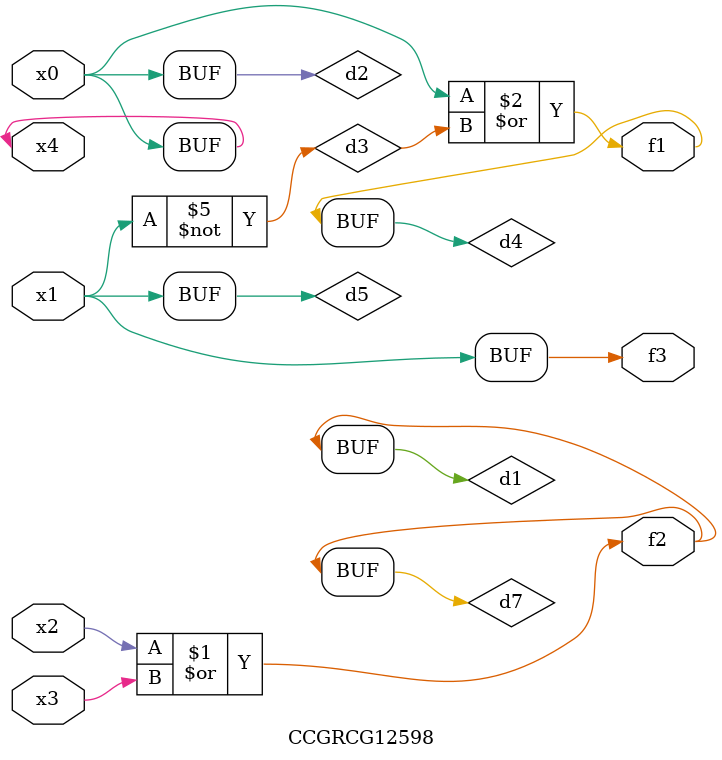
<source format=v>
module CCGRCG12598(
	input x0, x1, x2, x3, x4,
	output f1, f2, f3
);

	wire d1, d2, d3, d4, d5, d6, d7;

	or (d1, x2, x3);
	buf (d2, x0, x4);
	not (d3, x1);
	or (d4, d2, d3);
	not (d5, d3);
	nand (d6, d1, d3);
	or (d7, d1);
	assign f1 = d4;
	assign f2 = d7;
	assign f3 = d5;
endmodule

</source>
